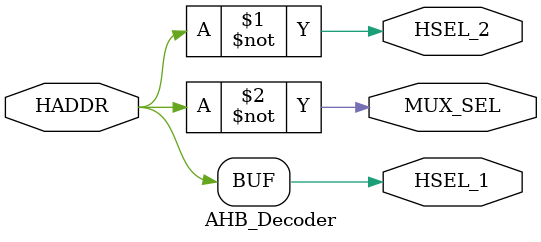
<source format=v>
module AHB_Decoder (
    input HADDR,
    output HSEL_1,HSEL_2,MUX_SEL
);
    assign HSEL_1 = HADDR;
    assign HSEL_2 = ~HADDR;
    assign MUX_SEL = ~HADDR;
endmodule
</source>
